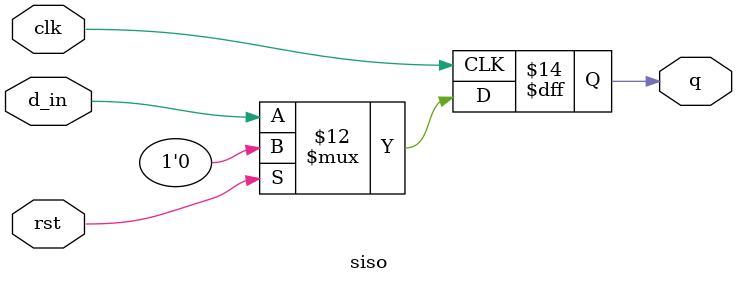
<source format=v>
module siso(input clk,rst,d_in,output reg q);
	reg [2:0]w;
always@(posedge clk)
	begin
	 if(rst)
	 begin
		q=0;
		w[2:0]=0;
	 end
	else 
	begin
	 	w[2]=d_in;
		 w[1]=w[2];
		 w[0]=w[1];
		 q=w[0];
	end
	end
endmodule


</source>
